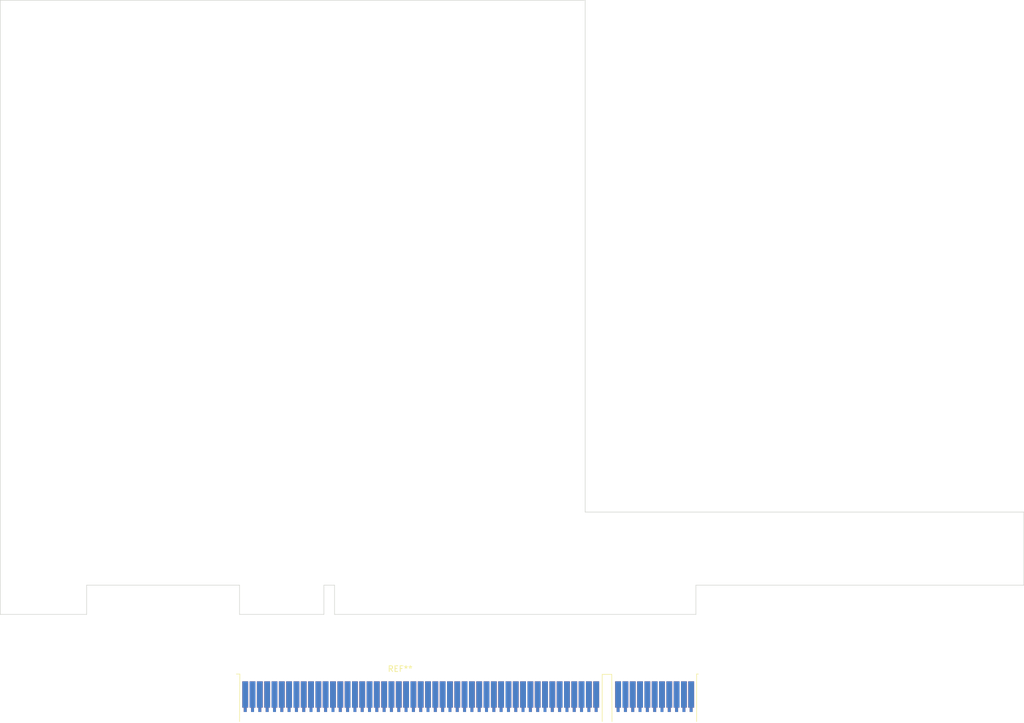
<source format=kicad_pcb>
(kicad_pcb (version 20221018) (generator pcbnew)
  (layers (0 "F.Cu" signal) (31 "B.Cu" signal) (34 "B.Paste" user) (35 "F.Paste" user) (36 "B.SilkS" user "B.Silkscreen") (37 "F.SilkS" user "F.Silkscreen") (38 "B.Mask" user) (39 "F.Mask" user) (44 "Edge.Cuts" user))
  (net 0 "")
  (footprint "Connector_PCBEdge:BUS_PCI" (layer "F.Cu") (at 106.68 147.32)
    (fp_text reference "REF**" (at -11.81 -5.78) (layer "F.SilkS"))
    (fp_text value "BUS_PCI")
    (fp_line (start -40.27 -4.88) (end -39.67 -4.88) (stroke (width 0.12)) (layer "F.SilkS"))
    (fp_line (start -39.67 -4.88) (end -39.72 3.37) (stroke (width 0.12)) (layer "F.SilkS"))
    (fp_line (start 23.28 -4.83) (end 24.93 -4.83) (stroke (width 0.12)) (layer "F.SilkS"))
    (fp_line (start 23.28 3.37) (end 23.28 -4.83) (stroke (width 0.12)) (layer "F.SilkS"))
    (fp_line (start 24.93 -4.83) (end 24.98 3.37) (stroke (width 0.12)) (layer "F.SilkS"))
    (fp_line (start 39.68 -4.88) (end 39.98 -4.88) (stroke (width 0.12)) (layer "F.SilkS"))
    (fp_line (start 39.68 3.37) (end 39.68 -4.88) (stroke (width 0.12)) (layer "F.SilkS"))
    (pad "A1" connect rect (at -38.73 -1.33) (size 1.02 4.57) (layers "B.Cu" "B.Mask"))
    (pad "A1" connect rect (at -38.73 1.33) (size 0.51 0.76) (layers "B.Cu" "B.Mask"))
    (pad "A2" connect rect (at -37.46 -1.33) (size 1.02 4.57) (layers "B.Cu" "B.Mask"))
    (pad "A2" connect rect (at -37.46 1.33) (size 0.51 0.76) (layers "B.Cu" "B.Mask"))
    (pad "A3" connect rect (at -36.2 -1.33) (size 1.02 4.57) (layers "B.Cu" "B.Mask"))
    (pad "A3" connect rect (at -36.2 1.33) (size 0.51 0.76) (layers "B.Cu" "B.Mask"))
    (pad "A4" connect rect (at -34.92 -1.33) (size 1.02 4.57) (layers "B.Cu" "B.Mask"))
    (pad "A4" connect rect (at -34.92 1.33) (size 0.51 0.76) (layers "B.Cu" "B.Mask"))
    (pad "A5" connect rect (at -33.65 -1.33) (size 1.02 4.57) (layers "B.Cu" "B.Mask"))
    (pad "A5" connect rect (at -33.65 1.33) (size 0.51 0.76) (layers "B.Cu" "B.Mask"))
    (pad "A6" connect rect (at -32.38 -1.33) (size 1.02 4.57) (layers "B.Cu" "B.Mask"))
    (pad "A6" connect rect (at -32.38 1.33) (size 0.51 0.76) (layers "B.Cu" "B.Mask"))
    (pad "A7" connect rect (at -31.11 -1.33) (size 1.02 4.57) (layers "B.Cu" "B.Mask"))
    (pad "A7" connect rect (at -31.11 1.33) (size 0.51 0.76) (layers "B.Cu" "B.Mask"))
    (pad "A8" connect rect (at -29.84 -1.33) (size 1.02 4.57) (layers "B.Cu" "B.Mask"))
    (pad "A8" connect rect (at -29.84 1.33) (size 0.51 0.76) (layers "B.Cu" "B.Mask"))
    (pad "A9" connect rect (at -28.57 -1.33) (size 1.02 4.57) (layers "B.Cu" "B.Mask"))
    (pad "A9" connect rect (at -28.57 1.33) (size 0.51 0.76) (layers "B.Cu" "B.Mask"))
    (pad "A10" connect rect (at -27.3 -1.33) (size 1.02 4.57) (layers "B.Cu" "B.Mask"))
    (pad "A10" connect rect (at -27.3 1.33) (size 0.51 0.76) (layers "B.Cu" "B.Mask"))
    (pad "A11" connect rect (at -26.03 -1.33) (size 1.02 4.57) (layers "B.Cu" "B.Mask"))
    (pad "A11" connect rect (at -26.03 1.33) (size 0.51 0.76) (layers "B.Cu" "B.Mask"))
    (pad "A12" connect rect (at -24.77 -1.33) (size 1.02 4.57) (layers "B.Cu" "B.Mask"))
    (pad "A12" connect rect (at -24.77 1.33) (size 0.51 0.76) (layers "B.Cu" "B.Mask"))
    (pad "A13" connect rect (at -23.49 -1.33) (size 1.02 4.57) (layers "B.Cu" "B.Mask"))
    (pad "A13" connect rect (at -23.49 1.33) (size 0.51 0.76) (layers "B.Cu" "B.Mask"))
    (pad "A14" connect rect (at -22.22 -1.33) (size 1.02 4.57) (layers "B.Cu" "B.Mask"))
    (pad "A14" connect rect (at -22.22 1.33) (size 0.51 0.76) (layers "B.Cu" "B.Mask"))
    (pad "A15" connect rect (at -20.95 -1.33) (size 1.02 4.57) (layers "B.Cu" "B.Mask"))
    (pad "A15" connect rect (at -20.95 1.33) (size 0.51 0.76) (layers "B.Cu" "B.Mask"))
    (pad "A16" connect rect (at -19.68 -1.33) (size 1.02 4.57) (layers "B.Cu" "B.Mask"))
    (pad "A16" connect rect (at -19.68 1.33) (size 0.51 0.76) (layers "B.Cu" "B.Mask"))
    (pad "A17" connect rect (at -18.41 -1.33) (size 1.02 4.57) (layers "B.Cu" "B.Mask"))
    (pad "A17" connect rect (at -18.41 1.33) (size 0.51 0.76) (layers "B.Cu" "B.Mask"))
    (pad "A18" connect rect (at -17.14 -1.33) (size 1.02 4.57) (layers "B.Cu" "B.Mask"))
    (pad "A18" connect rect (at -17.14 1.33) (size 0.51 0.76) (layers "B.Cu" "B.Mask"))
    (pad "A19" connect rect (at -15.88 -1.33) (size 1.02 4.57) (layers "B.Cu" "B.Mask"))
    (pad "A19" connect rect (at -15.88 1.33) (size 0.51 0.76) (layers "B.Cu" "B.Mask"))
    (pad "A20" connect rect (at -14.6 -1.33) (size 1.02 4.57) (layers "B.Cu" "B.Mask"))
    (pad "A20" connect rect (at -14.6 1.33) (size 0.51 0.76) (layers "B.Cu" "B.Mask"))
    (pad "A21" connect rect (at -13.34 -1.33) (size 1.02 4.57) (layers "B.Cu" "B.Mask"))
    (pad "A21" connect rect (at -13.34 1.33) (size 0.51 0.76) (layers "B.Cu" "B.Mask"))
    (pad "A22" connect rect (at -12.06 -1.33) (size 1.02 4.57) (layers "B.Cu" "B.Mask"))
    (pad "A22" connect rect (at -12.06 1.33) (size 0.51 0.76) (layers "B.Cu" "B.Mask"))
    (pad "A23" connect rect (at -10.79 -1.33) (size 1.02 4.57) (layers "B.Cu" "B.Mask"))
    (pad "A23" connect rect (at -10.79 1.33) (size 0.51 0.76) (layers "B.Cu" "B.Mask"))
    (pad "A24" connect rect (at -9.52 -1.33) (size 1.02 4.57) (layers "B.Cu" "B.Mask"))
    (pad "A24" connect rect (at -9.52 1.33) (size 0.51 0.76) (layers "B.Cu" "B.Mask"))
    (pad "A25" connect rect (at -8.25 -1.33) (size 1.02 4.57) (layers "B.Cu" "B.Mask"))
    (pad "A25" connect rect (at -8.25 1.33) (size 0.51 0.76) (layers "B.Cu" "B.Mask"))
    (pad "A26" connect rect (at -6.98 -1.33) (size 1.02 4.57) (layers "B.Cu" "B.Mask"))
    (pad "A26" connect rect (at -6.98 1.33) (size 0.51 0.76) (layers "B.Cu" "B.Mask"))
    (pad "A27" connect rect (at -5.71 -1.33) (size 1.02 4.57) (layers "B.Cu" "B.Mask"))
    (pad "A27" connect rect (at -5.71 1.33) (size 0.51 0.76) (layers "B.Cu" "B.Mask"))
    (pad "A28" connect rect (at -4.44 -1.33) (size 1.02 4.57) (layers "B.Cu" "B.Mask"))
    (pad "A28" connect rect (at -4.44 1.33) (size 0.51 0.76) (layers "B.Cu" "B.Mask"))
    (pad "A29" connect rect (at -3.17 -1.33) (size 1.02 4.57) (layers "B.Cu" "B.Mask"))
    (pad "A29" connect rect (at -3.17 1.33) (size 0.51 0.76) (layers "B.Cu" "B.Mask"))
    (pad "A30" connect rect (at -1.9 -1.33) (size 1.02 4.57) (layers "B.Cu" "B.Mask"))
    (pad "A30" connect rect (at -1.9 1.33) (size 0.51 0.76) (layers "B.Cu" "B.Mask"))
    (pad "A31" connect rect (at -0.63 -1.33) (size 1.02 4.57) (layers "B.Cu" "B.Mask"))
    (pad "A31" connect rect (at -0.63 1.33) (size 0.51 0.76) (layers "B.Cu" "B.Mask"))
    (pad "A32" connect rect (at 0.64 -1.33) (size 1.02 4.57) (layers "B.Cu" "B.Mask"))
    (pad "A32" connect rect (at 0.64 1.33) (size 0.51 0.76) (layers "B.Cu" "B.Mask"))
    (pad "A33" connect rect (at 1.91 -1.33) (size 1.02 4.57) (layers "B.Cu" "B.Mask"))
    (pad "A33" connect rect (at 1.91 1.33) (size 0.51 0.76) (layers "B.Cu" "B.Mask"))
    (pad "A34" connect rect (at 3.18 -1.33) (size 1.02 4.57) (layers "B.Cu" "B.Mask"))
    (pad "A34" connect rect (at 3.18 1.33) (size 0.51 0.76) (layers "B.Cu" "B.Mask"))
    (pad "A35" connect rect (at 4.45 -1.33) (size 1.02 4.57) (layers "B.Cu" "B.Mask"))
    (pad "A35" connect rect (at 4.45 1.33) (size 0.51 0.76) (layers "B.Cu" "B.Mask"))
    (pad "A36" connect rect (at 5.72 -1.33) (size 1.02 4.57) (layers "B.Cu" "B.Mask"))
    (pad "A36" connect rect (at 5.72 1.33) (size 0.51 0.76) (layers "B.Cu" "B.Mask"))
    (pad "A37" connect rect (at 6.99 -1.33) (size 1.02 4.57) (layers "B.Cu" "B.Mask"))
    (pad "A37" connect rect (at 6.99 1.33) (size 0.51 0.76) (layers "B.Cu" "B.Mask"))
    (pad "A38" connect rect (at 8.26 -1.33) (size 1.02 4.57) (layers "B.Cu" "B.Mask"))
    (pad "A38" connect rect (at 8.26 1.33) (size 0.51 0.76) (layers "B.Cu" "B.Mask"))
    (pad "A39" connect rect (at 9.53 -1.33) (size 1.02 4.57) (layers "B.Cu" "B.Mask"))
    (pad "A39" connect rect (at 9.53 1.33) (size 0.51 0.76) (layers "B.Cu" "B.Mask"))
    (pad "A40" connect rect (at 10.8 -1.33) (size 1.02 4.57) (layers "B.Cu" "B.Mask"))
    (pad "A40" connect rect (at 10.8 1.33) (size 0.51 0.76) (layers "B.Cu" "B.Mask"))
    (pad "A41" connect rect (at 12.07 -1.33) (size 1.02 4.57) (layers "B.Cu" "B.Mask"))
    (pad "A41" connect rect (at 12.07 1.33) (size 0.51 0.76) (layers "B.Cu" "B.Mask"))
    (pad "A42" connect rect (at 13.34 -1.33) (size 1.02 4.57) (layers "B.Cu" "B.Mask"))
    (pad "A42" connect rect (at 13.34 1.33) (size 0.51 0.76) (layers "B.Cu" "B.Mask"))
    (pad "A43" connect rect (at 14.61 -1.33) (size 1.02 4.57) (layers "B.Cu" "B.Mask"))
    (pad "A43" connect rect (at 14.61 1.33) (size 0.51 0.76) (layers "B.Cu" "B.Mask"))
    (pad "A44" connect rect (at 15.88 -1.33) (size 1.02 4.57) (layers "B.Cu" "B.Mask"))
    (pad "A44" connect rect (at 15.88 1.33) (size 0.51 0.76) (layers "B.Cu" "B.Mask"))
    (pad "A45" connect rect (at 17.15 -1.33) (size 1.02 4.57) (layers "B.Cu" "B.Mask"))
    (pad "A45" connect rect (at 17.15 1.33) (size 0.51 0.76) (layers "B.Cu" "B.Mask"))
    (pad "A46" connect rect (at 18.42 -1.33) (size 1.02 4.57) (layers "B.Cu" "B.Mask"))
    (pad "A46" connect rect (at 18.42 1.33) (size 0.51 0.76) (layers "B.Cu" "B.Mask"))
    (pad "A47" connect rect (at 19.69 -1.33) (size 1.02 4.57) (layers "B.Cu" "B.Mask"))
    (pad "A47" connect rect (at 19.69 1.33) (size 0.51 0.76) (layers "B.Cu" "B.Mask"))
    (pad "A48" connect rect (at 20.96 -1.33) (size 1.02 4.57) (layers "B.Cu" "B.Mask"))
    (pad "A48" connect rect (at 20.96 1.33) (size 0.51 0.76) (layers "B.Cu" "B.Mask"))
    (pad "A49" connect rect (at 22.23 -1.33) (size 1.02 4.57) (layers "B.Cu" "B.Mask"))
    (pad "A49" connect rect (at 22.23 1.33) (size 0.51 0.76) (layers "B.Cu" "B.Mask"))
    (pad "A52" connect rect (at 26.04 -1.33) (size 1.02 4.57) (layers "B.Cu" "B.Mask"))
    (pad "A52" connect rect (at 26.04 1.33) (size 0.51 0.76) (layers "B.Cu" "B.Mask"))
    (pad "A53" connect rect (at 27.31 -1.33) (size 1.02 4.57) (layers "B.Cu" "B.Mask"))
    (pad "A53" connect rect (at 27.31 1.33) (size 0.51 0.76) (layers "B.Cu" "B.Mask"))
    (pad "A54" connect rect (at 28.58 -1.33) (size 1.02 4.57) (layers "B.Cu" "B.Mask"))
    (pad "A54" connect rect (at 28.58 1.33) (size 0.51 0.76) (layers "B.Cu" "B.Mask"))
    (pad "A55" connect rect (at 29.85 -1.33) (size 1.02 4.57) (layers "B.Cu" "B.Mask"))
    (pad "A55" connect rect (at 29.85 1.33) (size 0.51 0.76) (layers "B.Cu" "B.Mask"))
    (pad "A56" connect rect (at 31.12 -1.33) (size 1.02 4.57) (layers "B.Cu" "B.Mask"))
    (pad "A56" connect rect (at 31.12 1.33) (size 0.51 0.76) (layers "B.Cu" "B.Mask"))
    (pad "A57" connect rect (at 32.39 -1.33) (size 1.02 4.57) (layers "B.Cu" "B.Mask"))
    (pad "A57" connect rect (at 32.39 1.33) (size 0.51 0.76) (layers "B.Cu" "B.Mask"))
    (pad "A58" connect rect (at 33.66 -1.33) (size 1.02 4.57) (layers "B.Cu" "B.Mask"))
    (pad "A58" connect rect (at 33.66 1.33) (size 0.51 0.76) (layers "B.Cu" "B.Mask"))
    (pad "A59" connect rect (at 34.93 -1.33) (size 1.02 4.57) (layers "B.Cu" "B.Mask"))
    (pad "A59" connect rect (at 34.93 1.33) (size 0.51 0.76) (layers "B.Cu" "B.Mask"))
    (pad "A60" connect rect (at 36.2 -1.33) (size 1.02 4.57) (layers "B.Cu" "B.Mask"))
    (pad "A60" connect rect (at 36.2 1.33) (size 0.51 0.76) (layers "B.Cu" "B.Mask"))
    (pad "A61" connect rect (at 37.47 -1.33) (size 1.02 4.57) (layers "B.Cu" "B.Mask"))
    (pad "A61" connect rect (at 37.47 1.33) (size 0.51 0.76) (layers "B.Cu" "B.Mask"))
    (pad "A62" connect rect (at 38.73 -1.33) (size 1.02 4.57) (layers "B.Cu" "B.Mask"))
    (pad "A62" connect rect (at 38.73 1.33) (size 0.51 0.76) (layers "B.Cu" "B.Mask"))
    (pad "B1" connect rect (at -38.73 -1.33) (size 1.02 4.57) (layers "F.Cu" "F.Mask"))
    (pad "B1" connect rect (at -38.73 1.33) (size 0.51 0.76) (layers "F.Cu" "F.Mask"))
    (pad "B2" connect rect (at -37.46 -1.33) (size 1.02 4.57) (layers "F.Cu" "F.Mask"))
    (pad "B2" connect rect (at -37.46 1.33) (size 0.51 0.76) (layers "F.Cu" "F.Mask"))
    (pad "B3" connect rect (at -36.2 -1.33) (size 1.02 4.57) (layers "F.Cu" "F.Mask"))
    (pad "B3" connect rect (at -36.2 1.33) (size 0.51 0.76) (layers "F.Cu" "F.Mask"))
    (pad "B4" connect rect (at -34.92 -1.33) (size 1.02 4.57) (layers "F.Cu" "F.Mask"))
    (pad "B4" connect rect (at -34.92 1.33) (size 0.51 0.76) (layers "F.Cu" "F.Mask"))
    (pad "B5" connect rect (at -33.65 -1.33) (size 1.02 4.57) (layers "F.Cu" "F.Mask"))
    (pad "B5" connect rect (at -33.65 1.33) (size 0.51 0.76) (layers "F.Cu" "F.Mask"))
    (pad "B6" connect rect (at -32.38 -1.33) (size 1.02 4.57) (layers "F.Cu" "F.Mask"))
    (pad "B6" connect rect (at -32.38 1.33) (size 0.51 0.76) (layers "F.Cu" "F.Mask"))
    (pad "B7" connect rect (at -31.11 -1.33) (size 1.02 4.57) (layers "F.Cu" "F.Mask"))
    (pad "B7" connect rect (at -31.11 1.33) (size 0.51 0.76) (layers "F.Cu" "F.Mask"))
    (pad "B8" connect rect (at -29.84 -1.33) (size 1.02 4.57) (layers "F.Cu" "F.Mask"))
    (pad "B8" connect rect (at -29.84 1.33) (size 0.51 0.76) (layers "F.Cu" "F.Mask"))
    (pad "B9" connect rect (at -28.57 -1.33) (size 1.02 4.57) (layers "F.Cu" "F.Mask"))
    (pad "B9" connect rect (at -28.57 1.33) (size 0.51 0.76) (layers "F.Cu" "F.Mask"))
    (pad "B10" connect rect (at -27.3 -1.33) (size 1.02 4.57) (layers "F.Cu" "F.Mask"))
    (pad "B10" connect rect (at -27.3 1.33) (size 0.51 0.76) (layers "F.Cu" "F.Mask"))
    (pad "B11" connect rect (at -26.03 -1.33) (size 1.02 4.57) (layers "F.Cu" "F.Mask"))
    (pad "B11" connect rect (at -26.03 1.33) (size 0.51 0.76) (layers "F.Cu" "F.Mask"))
    (pad "B12" connect rect (at -24.77 -1.33) (size 1.02 4.57) (layers "F.Cu" "F.Mask"))
    (pad "B12" connect rect (at -24.77 1.33) (size 0.51 0.76) (layers "F.Cu" "F.Mask"))
    (pad "B13" connect rect (at -23.49 -1.33) (size 1.02 4.57) (layers "F.Cu" "F.Mask"))
    (pad "B13" connect rect (at -23.49 1.33) (size 0.51 0.76) (layers "F.Cu" "F.Mask"))
    (pad "B14" connect rect (at -22.22 -1.33) (size 1.02 4.57) (layers "F.Cu" "F.Mask"))
    (pad "B14" connect rect (at -22.22 1.33) (size 0.51 0.76) (layers "F.Cu" "F.Mask"))
    (pad "B15" connect rect (at -20.95 -1.33) (size 1.02 4.57) (layers "F.Cu" "F.Mask"))
    (pad "B15" connect rect (at -20.95 1.33) (size 0.51 0.76) (layers "F.Cu" "F.Mask"))
    (pad "B16" connect rect (at -19.68 -1.33) (size 1.02 4.57) (layers "F.Cu" "F.Mask"))
    (pad "B16" connect rect (at -19.68 1.33) (size 0.51 0.76) (layers "F.Cu" "F.Mask"))
    (pad "B17" connect rect (at -18.41 -1.33) (size 1.02 4.57) (layers "F.Cu" "F.Mask"))
    (pad "B17" connect rect (at -18.41 1.33) (size 0.51 0.76) (layers "F.Cu" "F.Mask"))
    (pad "B18" connect rect (at -17.14 -1.33) (size 1.02 4.57) (layers "F.Cu" "F.Mask"))
    (pad "B18" connect rect (at -17.14 1.33) (size 0.51 0.76) (layers "F.Cu" "F.Mask"))
    (pad "B19" connect rect (at -15.88 -1.33) (size 1.02 4.57) (layers "F.Cu" "F.Mask"))
    (pad "B19" connect rect (at -15.88 1.33) (size 0.51 0.76) (layers "F.Cu" "F.Mask"))
    (pad "B20" connect rect (at -14.6 -1.33) (size 1.02 4.57) (layers "F.Cu" "F.Mask"))
    (pad "B20" connect rect (at -14.6 1.33) (size 0.51 0.76) (layers "F.Cu" "F.Mask"))
    (pad "B21" connect rect (at -13.34 -1.33) (size 1.02 4.57) (layers "F.Cu" "F.Mask"))
    (pad "B21" connect rect (at -13.34 1.33) (size 0.51 0.76) (layers "F.Cu" "F.Mask"))
    (pad "B22" connect rect (at -12.06 -1.33) (size 1.02 4.57) (layers "F.Cu" "F.Mask"))
    (pad "B22" connect rect (at -12.06 1.33) (size 0.51 0.76) (layers "F.Cu" "F.Mask"))
    (pad "B23" connect rect (at -10.79 -1.33) (size 1.02 4.57) (layers "F.Cu" "F.Mask"))
    (pad "B23" connect rect (at -10.79 1.33) (size 0.51 0.76) (layers "F.Cu" "F.Mask"))
    (pad "B24" connect rect (at -9.52 -1.33) (size 1.02 4.57) (layers "F.Cu" "F.Mask"))
    (pad "B24" connect rect (at -9.52 1.33) (size 0.51 0.76) (layers "F.Cu" "F.Mask"))
    (pad "B25" connect rect (at -8.25 -1.33) (size 1.02 4.57) (layers "F.Cu" "F.Mask"))
    (pad "B25" connect rect (at -8.25 1.33) (size 0.51 0.76) (layers "F.Cu" "F.Mask"))
    (pad "B26" connect rect (at -6.98 -1.33) (size 1.02 4.57) (layers "F.Cu" "F.Mask"))
    (pad "B26" connect rect (at -6.98 1.33) (size 0.51 0.76) (layers "F.Cu" "F.Mask"))
    (pad "B27" connect rect (at -5.71 -1.33) (size 1.02 4.57) (layers "F.Cu" "F.Mask"))
    (pad "B27" connect rect (at -5.71 1.33) (size 0.51 0.76) (layers "F.Cu" "F.Mask"))
    (pad "B28" connect rect (at -4.44 -1.33) (size 1.02 4.57) (layers "F.Cu" "F.Mask"))
    (pad "B28" connect rect (at -4.44 1.33) (size 0.51 0.76) (layers "F.Cu" "F.Mask"))
    (pad "B29" connect rect (at -3.17 -1.33) (size 1.02 4.57) (layers "F.Cu" "F.Mask"))
    (pad "B29" connect rect (at -3.17 1.33) (size 0.51 0.76) (layers "F.Cu" "F.Mask"))
    (pad "B30" connect rect (at -1.9 -1.33) (size 1.02 4.57) (layers "F.Cu" "F.Mask"))
    (pad "B30" connect rect (at -1.9 1.33) (size 0.51 0.76) (layers "F.Cu" "F.Mask"))
    (pad "B31" connect rect (at -0.63 -1.33) (size 1.02 4.57) (layers "F.Cu" "F.Mask"))
    (pad "B31" connect rect (at -0.63 1.33) (size 0.51 0.76) (layers "F.Cu" "F.Mask"))
    (pad "B32" connect rect (at 0.64 -1.33) (size 1.02 4.57) (layers "F.Cu" "F.Mask"))
    (pad "B32" connect rect (at 0.64 1.33) (size 0.51 0.76) (layers "F.Cu" "F.Mask"))
    (pad "B33" connect rect (at 1.91 -1.33) (size 1.02 4.57) (layers "F.Cu" "F.Mask"))
    (pad "B33" connect rect (at 1.91 1.33) (size 0.51 0.76) (layers "F.Cu" "F.Mask"))
    (pad "B34" connect rect (at 3.18 -1.33) (size 1.02 4.57) (layers "F.Cu" "F.Mask"))
    (pad "B34" connect rect (at 3.18 1.33) (size 0.51 0.76) (layers "F.Cu" "F.Mask"))
    (pad "B35" connect rect (at 4.45 -1.33) (size 1.02 4.57) (layers "F.Cu" "F.Mask"))
    (pad "B35" connect rect (at 4.45 1.33) (size 0.51 0.76) (layers "F.Cu" "F.Mask"))
    (pad "B36" connect rect (at 5.72 -1.33) (size 1.02 4.57) (layers "F.Cu" "F.Mask"))
    (pad "B36" connect rect (at 5.72 1.33) (size 0.51 0.76) (layers "F.Cu" "F.Mask"))
    (pad "B37" connect rect (at 6.99 -1.33) (size 1.02 4.57) (layers "F.Cu" "F.Mask"))
    (pad "B37" connect rect (at 6.99 1.33) (size 0.51 0.76) (layers "F.Cu" "F.Mask"))
    (pad "B38" connect rect (at 8.26 -1.33) (size 1.02 4.57) (layers "F.Cu" "F.Mask"))
    (pad "B38" connect rect (at 8.26 1.33) (size 0.51 0.76) (layers "F.Cu" "F.Mask"))
    (pad "B39" connect rect (at 9.53 -1.33) (size 1.02 4.57) (layers "F.Cu" "F.Mask"))
    (pad "B39" connect rect (at 9.53 1.33) (size 0.51 0.76) (layers "F.Cu" "F.Mask"))
    (pad "B40" connect rect (at 10.8 -1.33) (size 1.02 4.57) (layers "F.Cu" "F.Mask"))
    (pad "B40" connect rect (at 10.8 1.33) (size 0.51 0.76) (layers "F.Cu" "F.Mask"))
    (pad "B41" connect rect (at 12.07 -1.33) (size 1.02 4.57) (layers "F.Cu" "F.Mask"))
    (pad "B41" connect rect (at 12.07 1.33) (size 0.51 0.76) (layers "F.Cu" "F.Mask"))
    (pad "B42" connect rect (at 13.34 -1.33) (size 1.02 4.57) (layers "F.Cu" "F.Mask"))
    (pad "B42" connect rect (at 13.34 1.33) (size 0.51 0.76) (layers "F.Cu" "F.Mask"))
    (pad "B43" connect rect (at 14.61 -1.33) (size 1.02 4.57) (layers "F.Cu" "F.Mask"))
    (pad "B43" connect rect (at 14.61 1.33) (size 0.51 0.76) (layers "F.Cu" "F.Mask"))
    (pad "B44" connect rect (at 15.88 -1.33) (size 1.02 4.57) (layers "F.Cu" "F.Mask"))
    (pad "B44" connect rect (at 15.88 1.33) (size 0.51 0.76) (layers "F.Cu" "F.Mask"))
    (pad "B45" connect rect (at 17.15 -1.33) (size 1.02 4.57) (layers "F.Cu" "F.Mask"))
    (pad "B45" connect rect (at 17.15 1.33) (size 0.51 0.76) (layers "F.Cu" "F.Mask"))
    (pad "B46" connect rect (at 18.42 -1.33) (size 1.02 4.57) (layers "F.Cu" "F.Mask"))
    (pad "B46" connect rect (at 18.42 1.33) (size 0.51 0.76) (layers "F.Cu" "F.Mask"))
    (pad "B47" connect rect (at 19.69 -1.33) (size 1.02 4.57) (layers "F.Cu" "F.Mask"))
    (pad "B47" connect rect (at 19.69 1.33) (size 0.51 0.76) (layers "F.Cu" "F.Mask"))
    (pad "B48" connect rect (at 20.96 -1.33) (size 1.02 4.57) (layers "F.Cu" "F.Mask"))
    (pad "B48" connect rect (at 20.96 1.33) (size 0.51 0.76) (layers "F.Cu" "F.Mask"))
    (pad "B49" connect rect (at 22.23 -1.33) (size 1.02 4.57) (layers "F.Cu" "F.Mask"))
    (pad "B49" connect rect (at 22.23 1.33) (size 0.51 0.76) (layers "F.Cu" "F.Mask"))
    (pad "B52" connect rect (at 26.04 -1.33) (size 1.02 4.57) (layers "F.Cu" "F.Mask"))
    (pad "B52" connect rect (at 26.04 1.33) (size 0.51 0.76) (layers "F.Cu" "F.Mask"))
    (pad "B53" connect rect (at 27.31 -1.33) (size 1.02 4.57) (layers "F.Cu" "F.Mask"))
    (pad "B53" connect rect (at 27.31 1.33) (size 0.51 0.76) (layers "F.Cu" "F.Mask"))
    (pad "B54" connect rect (at 28.58 -1.33) (size 1.02 4.57) (layers "F.Cu" "F.Mask"))
    (pad "B54" connect rect (at 28.58 1.33) (size 0.51 0.76) (layers "F.Cu" "F.Mask"))
    (pad "B55" connect rect (at 29.85 -1.33) (size 1.02 4.57) (layers "F.Cu" "F.Mask"))
    (pad "B55" connect rect (at 29.85 1.33) (size 0.51 0.76) (layers "F.Cu" "F.Mask"))
    (pad "B56" connect rect (at 31.12 -1.33) (size 1.02 4.57) (layers "F.Cu" "F.Mask"))
    (pad "B56" connect rect (at 31.12 1.33) (size 0.51 0.76) (layers "F.Cu" "F.Mask"))
    (pad "B57" connect rect (at 32.39 -1.33) (size 1.02 4.57) (layers "F.Cu" "F.Mask"))
    (pad "B57" connect rect (at 32.39 1.33) (size 0.51 0.76) (layers "F.Cu" "F.Mask"))
    (pad "B58" connect rect (at 33.66 -1.33) (size 1.02 4.57) (layers "F.Cu" "F.Mask"))
    (pad "B58" connect rect (at 33.66 1.33) (size 0.51 0.76) (layers "F.Cu" "F.Mask"))
    (pad "B59" connect rect (at 34.93 -1.33) (size 1.02 4.57) (layers "F.Cu" "F.Mask"))
    (pad "B59" connect rect (at 34.93 1.33) (size 0.51 0.76) (layers "F.Cu" "F.Mask"))
    (pad "B60" connect rect (at 36.2 -1.33) (size 1.02 4.57) (layers "F.Cu" "F.Mask"))
    (pad "B60" connect rect (at 36.2 1.33) (size 0.51 0.76) (layers "F.Cu" "F.Mask"))
    (pad "B61" connect rect (at 37.47 -1.33) (size 1.02 4.57) (layers "F.Cu" "F.Mask"))
    (pad "B61" connect rect (at 37.47 1.33) (size 0.51 0.76) (layers "F.Cu" "F.Mask"))
    (pad "B62" connect rect (at 38.73 -1.33) (size 1.02 4.57) (layers "F.Cu" "F.Mask"))
    (pad "B62" connect rect (at 38.73 1.33) (size 0.51 0.76) (layers "F.Cu" "F.Mask"))
  )
  (gr_line (start 66.96 127) (end 40.4 127) (stroke (width 0.1)) (layer "Edge.Cuts"))
  (gr_line (start 146.234 127) (end 203.2 127) (stroke (width 0.1)) (layer "Edge.Cuts"))
  (gr_line (start 83.464 132.08) (end 83.464 127) (stroke (width 0.1)) (layer "Edge.Cuts"))
  (gr_line (start 127 25.4) (end 25.4 25.4) (stroke (width 0.1)) (layer "Edge.Cuts"))
  (gr_line (start 127 114.3) (end 203.2 114.3) (stroke (width 0.1)) (layer "Edge.Cuts"))
  (gr_line (start 25.4 25.4) (end 25.4 127) (stroke (width 0.1)) (layer "Edge.Cuts"))
  (gr_line (start 81.61 127) (end 83.464 127) (stroke (width 0.1)) (layer "Edge.Cuts"))
  (gr_line (start 66.96 132.08) (end 81.61 132.08) (stroke (width 0.1)) (layer "Edge.Cuts"))
  (gr_line (start 203.2 127) (end 203.2 114.3) (stroke (width 0.1)) (layer "Edge.Cuts"))
  (gr_line (start 146.234 132.08) (end 146.234 127) (stroke (width 0.1)) (layer "Edge.Cuts"))
  (gr_line (start 40.4 132.08) (end 40.4 127) (stroke (width 0.1)) (layer "Edge.Cuts"))
  (gr_line (start 66.96 132.08) (end 66.96 127) (stroke (width 0.1)) (layer "Edge.Cuts"))
  (gr_line (start 146.234 132.08) (end 83.464 132.08) (stroke (width 0.1)) (layer "Edge.Cuts"))
  (gr_line (start 127 25.4) (end 127 114.3) (stroke (width 0.1)) (layer "Edge.Cuts"))
  (gr_line (start 81.61 132.08) (end 81.61 127) (stroke (width 0.1)) (layer "Edge.Cuts"))
  (gr_line (start 25.4 132.08) (end 40.4 132.08) (stroke (width 0.1)) (layer "Edge.Cuts"))
  (gr_line (start 25.4 132.08) (end 25.4 127) (stroke (width 0.1)) (layer "Edge.Cuts"))
)
</source>
